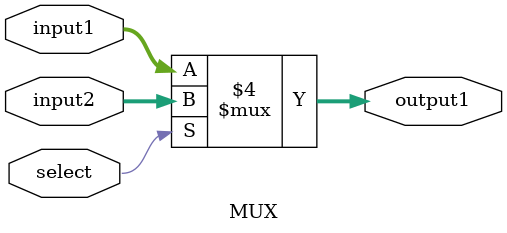
<source format=v>
module MUX(
input[31:0] input1,
input[31:0] input2,
input select,

output reg[31:0] output1
);

always @ (*)
begin
	if (select == 1)
	begin
		output1 = input2;
	end
	else begin
		output1 = input1;
	end
end

endmodule

</source>
